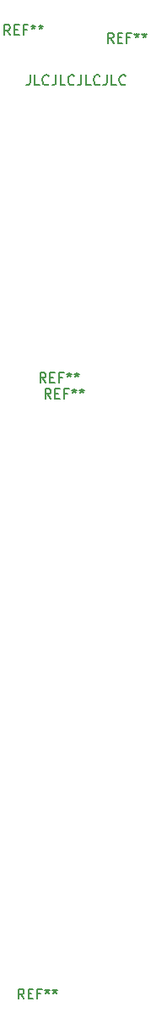
<source format=gbr>
%TF.GenerationSoftware,KiCad,Pcbnew,(6.0.9)*%
%TF.CreationDate,2023-01-07T08:52:43+09:00*%
%TF.ProjectId,Skeleton68rev2_SwitchPlate,536b656c-6574-46f6-9e36-38726576325f,rev?*%
%TF.SameCoordinates,Original*%
%TF.FileFunction,Legend,Top*%
%TF.FilePolarity,Positive*%
%FSLAX46Y46*%
G04 Gerber Fmt 4.6, Leading zero omitted, Abs format (unit mm)*
G04 Created by KiCad (PCBNEW (6.0.9)) date 2023-01-07 08:52:43*
%MOMM*%
%LPD*%
G01*
G04 APERTURE LIST*
%ADD10C,0.150000*%
%ADD11C,0.500000*%
G04 APERTURE END LIST*
D10*
X299480952Y-10352380D02*
X299480952Y-11066666D01*
X299433333Y-11209523D01*
X299338095Y-11304761D01*
X299195238Y-11352380D01*
X299100000Y-11352380D01*
X300433333Y-11352380D02*
X299957142Y-11352380D01*
X299957142Y-10352380D01*
X301338095Y-11257142D02*
X301290476Y-11304761D01*
X301147619Y-11352380D01*
X301052380Y-11352380D01*
X300909523Y-11304761D01*
X300814285Y-11209523D01*
X300766666Y-11114285D01*
X300719047Y-10923809D01*
X300719047Y-10780952D01*
X300766666Y-10590476D01*
X300814285Y-10495238D01*
X300909523Y-10400000D01*
X301052380Y-10352380D01*
X301147619Y-10352380D01*
X301290476Y-10400000D01*
X301338095Y-10447619D01*
X302052380Y-10352380D02*
X302052380Y-11066666D01*
X302004761Y-11209523D01*
X301909523Y-11304761D01*
X301766666Y-11352380D01*
X301671428Y-11352380D01*
X303004761Y-11352380D02*
X302528571Y-11352380D01*
X302528571Y-10352380D01*
X303909523Y-11257142D02*
X303861904Y-11304761D01*
X303719047Y-11352380D01*
X303623809Y-11352380D01*
X303480952Y-11304761D01*
X303385714Y-11209523D01*
X303338095Y-11114285D01*
X303290476Y-10923809D01*
X303290476Y-10780952D01*
X303338095Y-10590476D01*
X303385714Y-10495238D01*
X303480952Y-10400000D01*
X303623809Y-10352380D01*
X303719047Y-10352380D01*
X303861904Y-10400000D01*
X303909523Y-10447619D01*
X304623809Y-10352380D02*
X304623809Y-11066666D01*
X304576190Y-11209523D01*
X304480952Y-11304761D01*
X304338095Y-11352380D01*
X304242857Y-11352380D01*
X305576190Y-11352380D02*
X305100000Y-11352380D01*
X305100000Y-10352380D01*
X306480952Y-11257142D02*
X306433333Y-11304761D01*
X306290476Y-11352380D01*
X306195238Y-11352380D01*
X306052380Y-11304761D01*
X305957142Y-11209523D01*
X305909523Y-11114285D01*
X305861904Y-10923809D01*
X305861904Y-10780952D01*
X305909523Y-10590476D01*
X305957142Y-10495238D01*
X306052380Y-10400000D01*
X306195238Y-10352380D01*
X306290476Y-10352380D01*
X306433333Y-10400000D01*
X306480952Y-10447619D01*
X307195238Y-10352380D02*
X307195238Y-11066666D01*
X307147619Y-11209523D01*
X307052380Y-11304761D01*
X306909523Y-11352380D01*
X306814285Y-11352380D01*
X308147619Y-11352380D02*
X307671428Y-11352380D01*
X307671428Y-10352380D01*
X309052380Y-11257142D02*
X309004761Y-11304761D01*
X308861904Y-11352380D01*
X308766666Y-11352380D01*
X308623809Y-11304761D01*
X308528571Y-11209523D01*
X308480952Y-11114285D01*
X308433333Y-10923809D01*
X308433333Y-10780952D01*
X308480952Y-10590476D01*
X308528571Y-10495238D01*
X308623809Y-10400000D01*
X308766666Y-10352380D01*
X308861904Y-10352380D01*
X309004761Y-10400000D01*
X309052380Y-10447619D01*
%TO.C,REF\u002A\u002A*%
X298866666Y-102552380D02*
X298533333Y-102076190D01*
X298295238Y-102552380D02*
X298295238Y-101552380D01*
X298676190Y-101552380D01*
X298771428Y-101600000D01*
X298819047Y-101647619D01*
X298866666Y-101742857D01*
X298866666Y-101885714D01*
X298819047Y-101980952D01*
X298771428Y-102028571D01*
X298676190Y-102076190D01*
X298295238Y-102076190D01*
X299295238Y-102028571D02*
X299628571Y-102028571D01*
X299771428Y-102552380D02*
X299295238Y-102552380D01*
X299295238Y-101552380D01*
X299771428Y-101552380D01*
X300533333Y-102028571D02*
X300200000Y-102028571D01*
X300200000Y-102552380D02*
X300200000Y-101552380D01*
X300676190Y-101552380D01*
X301200000Y-101552380D02*
X301200000Y-101790476D01*
X300961904Y-101695238D02*
X301200000Y-101790476D01*
X301438095Y-101695238D01*
X301057142Y-101980952D02*
X301200000Y-101790476D01*
X301342857Y-101980952D01*
X301961904Y-101552380D02*
X301961904Y-101790476D01*
X301723809Y-101695238D02*
X301961904Y-101790476D01*
X302200000Y-101695238D01*
X301819047Y-101980952D02*
X301961904Y-101790476D01*
X302104761Y-101980952D01*
X301066666Y-41052380D02*
X300733333Y-40576190D01*
X300495238Y-41052380D02*
X300495238Y-40052380D01*
X300876190Y-40052380D01*
X300971428Y-40100000D01*
X301019047Y-40147619D01*
X301066666Y-40242857D01*
X301066666Y-40385714D01*
X301019047Y-40480952D01*
X300971428Y-40528571D01*
X300876190Y-40576190D01*
X300495238Y-40576190D01*
X301495238Y-40528571D02*
X301828571Y-40528571D01*
X301971428Y-41052380D02*
X301495238Y-41052380D01*
X301495238Y-40052380D01*
X301971428Y-40052380D01*
X302733333Y-40528571D02*
X302400000Y-40528571D01*
X302400000Y-41052380D02*
X302400000Y-40052380D01*
X302876190Y-40052380D01*
X303400000Y-40052380D02*
X303400000Y-40290476D01*
X303161904Y-40195238D02*
X303400000Y-40290476D01*
X303638095Y-40195238D01*
X303257142Y-40480952D02*
X303400000Y-40290476D01*
X303542857Y-40480952D01*
X304161904Y-40052380D02*
X304161904Y-40290476D01*
X303923809Y-40195238D02*
X304161904Y-40290476D01*
X304400000Y-40195238D01*
X304019047Y-40480952D02*
X304161904Y-40290476D01*
X304304761Y-40480952D01*
X301566666Y-42652380D02*
X301233333Y-42176190D01*
X300995238Y-42652380D02*
X300995238Y-41652380D01*
X301376190Y-41652380D01*
X301471428Y-41700000D01*
X301519047Y-41747619D01*
X301566666Y-41842857D01*
X301566666Y-41985714D01*
X301519047Y-42080952D01*
X301471428Y-42128571D01*
X301376190Y-42176190D01*
X300995238Y-42176190D01*
X301995238Y-42128571D02*
X302328571Y-42128571D01*
X302471428Y-42652380D02*
X301995238Y-42652380D01*
X301995238Y-41652380D01*
X302471428Y-41652380D01*
X303233333Y-42128571D02*
X302900000Y-42128571D01*
X302900000Y-42652380D02*
X302900000Y-41652380D01*
X303376190Y-41652380D01*
X303900000Y-41652380D02*
X303900000Y-41890476D01*
X303661904Y-41795238D02*
X303900000Y-41890476D01*
X304138095Y-41795238D01*
X303757142Y-42080952D02*
X303900000Y-41890476D01*
X304042857Y-42080952D01*
X304661904Y-41652380D02*
X304661904Y-41890476D01*
X304423809Y-41795238D02*
X304661904Y-41890476D01*
X304900000Y-41795238D01*
X304519047Y-42080952D02*
X304661904Y-41890476D01*
X304804761Y-42080952D01*
X307866666Y-7152380D02*
X307533333Y-6676190D01*
X307295238Y-7152380D02*
X307295238Y-6152380D01*
X307676190Y-6152380D01*
X307771428Y-6200000D01*
X307819047Y-6247619D01*
X307866666Y-6342857D01*
X307866666Y-6485714D01*
X307819047Y-6580952D01*
X307771428Y-6628571D01*
X307676190Y-6676190D01*
X307295238Y-6676190D01*
X308295238Y-6628571D02*
X308628571Y-6628571D01*
X308771428Y-7152380D02*
X308295238Y-7152380D01*
X308295238Y-6152380D01*
X308771428Y-6152380D01*
X309533333Y-6628571D02*
X309200000Y-6628571D01*
X309200000Y-7152380D02*
X309200000Y-6152380D01*
X309676190Y-6152380D01*
X310200000Y-6152380D02*
X310200000Y-6390476D01*
X309961904Y-6295238D02*
X310200000Y-6390476D01*
X310438095Y-6295238D01*
X310057142Y-6580952D02*
X310200000Y-6390476D01*
X310342857Y-6580952D01*
X310961904Y-6152380D02*
X310961904Y-6390476D01*
X310723809Y-6295238D02*
X310961904Y-6390476D01*
X311200000Y-6295238D01*
X310819047Y-6580952D02*
X310961904Y-6390476D01*
X311104761Y-6580952D01*
X297466666Y-6352380D02*
X297133333Y-5876190D01*
X296895238Y-6352380D02*
X296895238Y-5352380D01*
X297276190Y-5352380D01*
X297371428Y-5400000D01*
X297419047Y-5447619D01*
X297466666Y-5542857D01*
X297466666Y-5685714D01*
X297419047Y-5780952D01*
X297371428Y-5828571D01*
X297276190Y-5876190D01*
X296895238Y-5876190D01*
X297895238Y-5828571D02*
X298228571Y-5828571D01*
X298371428Y-6352380D02*
X297895238Y-6352380D01*
X297895238Y-5352380D01*
X298371428Y-5352380D01*
X299133333Y-5828571D02*
X298800000Y-5828571D01*
X298800000Y-6352380D02*
X298800000Y-5352380D01*
X299276190Y-5352380D01*
X299800000Y-5352380D02*
X299800000Y-5590476D01*
X299561904Y-5495238D02*
X299800000Y-5590476D01*
X300038095Y-5495238D01*
X299657142Y-5780952D02*
X299800000Y-5590476D01*
X299942857Y-5780952D01*
X300561904Y-5352380D02*
X300561904Y-5590476D01*
X300323809Y-5495238D02*
X300561904Y-5590476D01*
X300800000Y-5495238D01*
X300419047Y-5780952D02*
X300561904Y-5590476D01*
X300704761Y-5780952D01*
%TD*%
%LPC*%
D11*
%TO.C,REF\u002A\u002A*%
X300000000Y-89500000D03*
X300000000Y-91750000D03*
X300000000Y-88750000D03*
X300000000Y-92500000D03*
X300000000Y-90250000D03*
X300000000Y-91000000D03*
X300000000Y-93250000D03*
%TD*%
%TO.C,REF\u002A\u002A*%
X299800000Y-51250000D03*
X299800000Y-48250000D03*
X299800000Y-50500000D03*
X299800000Y-49750000D03*
X299800000Y-49000000D03*
X299800000Y-52750000D03*
X299800000Y-52000000D03*
%TD*%
%TO.C,REF\u002A\u002A*%
X304290000Y-52750000D03*
X304290000Y-51250000D03*
X304290000Y-48250000D03*
X304290000Y-49750000D03*
X304290000Y-50500000D03*
X304290000Y-49000000D03*
X304290000Y-52000000D03*
%TD*%
%TO.C,REF\u002A\u002A*%
X312520000Y-13250000D03*
X312520000Y-11750000D03*
X312520000Y-11000000D03*
X312520000Y-12500000D03*
X312520000Y-8750000D03*
X312520000Y-9500000D03*
X312520000Y-10250000D03*
%TD*%
%TO.C,REF\u002A\u002A*%
X295800000Y-13250000D03*
X295800000Y-9500000D03*
X295800000Y-11750000D03*
X295800000Y-11000000D03*
X295800000Y-8750000D03*
X295800000Y-12500000D03*
X295800000Y-10250000D03*
%TD*%
M02*

</source>
